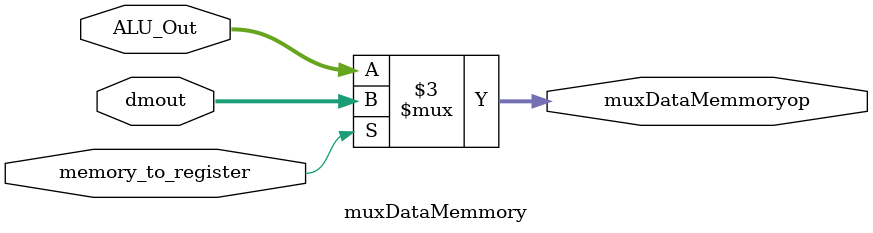
<source format=v>
  `timescale 1ns / 1ps
module muxDataMemmory(
    input [7:0] ALU_Out,
    input memory_to_register,
    input [7:0] dmout,
    output reg [7:0] muxDataMemmoryop
    );
    
    always @(*)
        muxDataMemmoryop=(memory_to_register == 1) ? dmout : ALU_Out;
    always @*
        $display("%b %b whitewine",muxDataMemmoryop,memory_to_register);

endmodule

</source>
